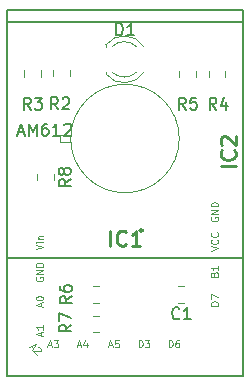
<source format=gbr>
%TF.GenerationSoftware,KiCad,Pcbnew,(5.1.7)-1*%
%TF.CreationDate,2021-03-22T16:24:13+01:00*%
%TF.ProjectId,PIR-Addon,5049522d-4164-4646-9f6e-2e6b69636164,rev?*%
%TF.SameCoordinates,Original*%
%TF.FileFunction,Legend,Top*%
%TF.FilePolarity,Positive*%
%FSLAX46Y46*%
G04 Gerber Fmt 4.6, Leading zero omitted, Abs format (unit mm)*
G04 Created by KiCad (PCBNEW (5.1.7)-1) date 2021-03-22 16:24:13*
%MOMM*%
%LPD*%
G01*
G04 APERTURE LIST*
%ADD10C,0.100000*%
%ADD11C,0.150000*%
%TA.AperFunction,Profile*%
%ADD12C,0.150000*%
%TD*%
%ADD13C,0.120000*%
%ADD14C,0.250000*%
%ADD15C,0.254000*%
G04 APERTURE END LIST*
D10*
X197900000Y-121586571D02*
X197900000Y-121300857D01*
X198071428Y-121643714D02*
X197471428Y-121443714D01*
X198071428Y-121243714D01*
X198071428Y-120729428D02*
X198071428Y-121072285D01*
X198071428Y-120900857D02*
X197471428Y-120900857D01*
X197557142Y-120958000D01*
X197614285Y-121015142D01*
X197642857Y-121072285D01*
X197026243Y-122467664D02*
X197228274Y-122669695D01*
X196864619Y-122548477D02*
X197430304Y-122265634D01*
X197147461Y-122831319D01*
X197652538Y-122568680D02*
X197692944Y-122568680D01*
X197753553Y-122588883D01*
X197854568Y-122689898D01*
X197874771Y-122750507D01*
X197874771Y-122790913D01*
X197854568Y-122851522D01*
X197814162Y-122891928D01*
X197733350Y-122932335D01*
X197248477Y-122932335D01*
X197511116Y-123194974D01*
X198471428Y-122400000D02*
X198757142Y-122400000D01*
X198414285Y-122571428D02*
X198614285Y-121971428D01*
X198814285Y-122571428D01*
X198957142Y-121971428D02*
X199328571Y-121971428D01*
X199128571Y-122200000D01*
X199214285Y-122200000D01*
X199271428Y-122228571D01*
X199300000Y-122257142D01*
X199328571Y-122314285D01*
X199328571Y-122457142D01*
X199300000Y-122514285D01*
X199271428Y-122542857D01*
X199214285Y-122571428D01*
X199042857Y-122571428D01*
X198985714Y-122542857D01*
X198957142Y-122514285D01*
X200971428Y-122400000D02*
X201257142Y-122400000D01*
X200914285Y-122571428D02*
X201114285Y-121971428D01*
X201314285Y-122571428D01*
X201771428Y-122171428D02*
X201771428Y-122571428D01*
X201628571Y-121942857D02*
X201485714Y-122371428D01*
X201857142Y-122371428D01*
X206157142Y-122571428D02*
X206157142Y-121971428D01*
X206300000Y-121971428D01*
X206385714Y-122000000D01*
X206442857Y-122057142D01*
X206471428Y-122114285D01*
X206500000Y-122228571D01*
X206500000Y-122314285D01*
X206471428Y-122428571D01*
X206442857Y-122485714D01*
X206385714Y-122542857D01*
X206300000Y-122571428D01*
X206157142Y-122571428D01*
X206700000Y-121971428D02*
X207071428Y-121971428D01*
X206871428Y-122200000D01*
X206957142Y-122200000D01*
X207014285Y-122228571D01*
X207042857Y-122257142D01*
X207071428Y-122314285D01*
X207071428Y-122457142D01*
X207042857Y-122514285D01*
X207014285Y-122542857D01*
X206957142Y-122571428D01*
X206785714Y-122571428D01*
X206728571Y-122542857D01*
X206700000Y-122514285D01*
X208698642Y-122571428D02*
X208698642Y-121971428D01*
X208841500Y-121971428D01*
X208927214Y-122000000D01*
X208984357Y-122057142D01*
X209012928Y-122114285D01*
X209041500Y-122228571D01*
X209041500Y-122314285D01*
X209012928Y-122428571D01*
X208984357Y-122485714D01*
X208927214Y-122542857D01*
X208841500Y-122571428D01*
X208698642Y-122571428D01*
X209555785Y-121971428D02*
X209441500Y-121971428D01*
X209384357Y-122000000D01*
X209355785Y-122028571D01*
X209298642Y-122114285D01*
X209270071Y-122228571D01*
X209270071Y-122457142D01*
X209298642Y-122514285D01*
X209327214Y-122542857D01*
X209384357Y-122571428D01*
X209498642Y-122571428D01*
X209555785Y-122542857D01*
X209584357Y-122514285D01*
X209612928Y-122457142D01*
X209612928Y-122314285D01*
X209584357Y-122257142D01*
X209555785Y-122228571D01*
X209498642Y-122200000D01*
X209384357Y-122200000D01*
X209327214Y-122228571D01*
X209298642Y-122257142D01*
X209270071Y-122314285D01*
X212300000Y-111557142D02*
X212271428Y-111614285D01*
X212271428Y-111700000D01*
X212300000Y-111785714D01*
X212357142Y-111842857D01*
X212414285Y-111871428D01*
X212528571Y-111900000D01*
X212614285Y-111900000D01*
X212728571Y-111871428D01*
X212785714Y-111842857D01*
X212842857Y-111785714D01*
X212871428Y-111700000D01*
X212871428Y-111642857D01*
X212842857Y-111557142D01*
X212814285Y-111528571D01*
X212614285Y-111528571D01*
X212614285Y-111642857D01*
X212871428Y-111271428D02*
X212271428Y-111271428D01*
X212871428Y-110928571D01*
X212271428Y-110928571D01*
X212871428Y-110642857D02*
X212271428Y-110642857D01*
X212271428Y-110500000D01*
X212300000Y-110414285D01*
X212357142Y-110357142D01*
X212414285Y-110328571D01*
X212528571Y-110300000D01*
X212614285Y-110300000D01*
X212728571Y-110328571D01*
X212785714Y-110357142D01*
X212842857Y-110414285D01*
X212871428Y-110500000D01*
X212871428Y-110642857D01*
X197471428Y-114279285D02*
X198071428Y-114079285D01*
X197471428Y-113879285D01*
X198071428Y-113679285D02*
X197671428Y-113679285D01*
X197471428Y-113679285D02*
X197500000Y-113707857D01*
X197528571Y-113679285D01*
X197500000Y-113650714D01*
X197471428Y-113679285D01*
X197528571Y-113679285D01*
X197671428Y-113393571D02*
X198071428Y-113393571D01*
X197728571Y-113393571D02*
X197700000Y-113365000D01*
X197671428Y-113307857D01*
X197671428Y-113222142D01*
X197700000Y-113165000D01*
X197757142Y-113136428D01*
X198071428Y-113136428D01*
X212557142Y-116384357D02*
X212585714Y-116298642D01*
X212614285Y-116270071D01*
X212671428Y-116241500D01*
X212757142Y-116241500D01*
X212814285Y-116270071D01*
X212842857Y-116298642D01*
X212871428Y-116355785D01*
X212871428Y-116584357D01*
X212271428Y-116584357D01*
X212271428Y-116384357D01*
X212300000Y-116327214D01*
X212328571Y-116298642D01*
X212385714Y-116270071D01*
X212442857Y-116270071D01*
X212500000Y-116298642D01*
X212528571Y-116327214D01*
X212557142Y-116384357D01*
X212557142Y-116584357D01*
X212871428Y-115670071D02*
X212871428Y-116012928D01*
X212871428Y-115841500D02*
X212271428Y-115841500D01*
X212357142Y-115898642D01*
X212414285Y-115955785D01*
X212442857Y-116012928D01*
X212871428Y-119042857D02*
X212271428Y-119042857D01*
X212271428Y-118900000D01*
X212300000Y-118814285D01*
X212357142Y-118757142D01*
X212414285Y-118728571D01*
X212528571Y-118700000D01*
X212614285Y-118700000D01*
X212728571Y-118728571D01*
X212785714Y-118757142D01*
X212842857Y-118814285D01*
X212871428Y-118900000D01*
X212871428Y-119042857D01*
X212271428Y-118500000D02*
X212271428Y-118100000D01*
X212871428Y-118357142D01*
X203632928Y-122400000D02*
X203918642Y-122400000D01*
X203575785Y-122571428D02*
X203775785Y-121971428D01*
X203975785Y-122571428D01*
X204461500Y-121971428D02*
X204175785Y-121971428D01*
X204147214Y-122257142D01*
X204175785Y-122228571D01*
X204232928Y-122200000D01*
X204375785Y-122200000D01*
X204432928Y-122228571D01*
X204461500Y-122257142D01*
X204490071Y-122314285D01*
X204490071Y-122457142D01*
X204461500Y-122514285D01*
X204432928Y-122542857D01*
X204375785Y-122571428D01*
X204232928Y-122571428D01*
X204175785Y-122542857D01*
X204147214Y-122514285D01*
X197500000Y-116657142D02*
X197471428Y-116714285D01*
X197471428Y-116800000D01*
X197500000Y-116885714D01*
X197557142Y-116942857D01*
X197614285Y-116971428D01*
X197728571Y-117000000D01*
X197814285Y-117000000D01*
X197928571Y-116971428D01*
X197985714Y-116942857D01*
X198042857Y-116885714D01*
X198071428Y-116800000D01*
X198071428Y-116742857D01*
X198042857Y-116657142D01*
X198014285Y-116628571D01*
X197814285Y-116628571D01*
X197814285Y-116742857D01*
X198071428Y-116371428D02*
X197471428Y-116371428D01*
X198071428Y-116028571D01*
X197471428Y-116028571D01*
X198071428Y-115742857D02*
X197471428Y-115742857D01*
X197471428Y-115600000D01*
X197500000Y-115514285D01*
X197557142Y-115457142D01*
X197614285Y-115428571D01*
X197728571Y-115400000D01*
X197814285Y-115400000D01*
X197928571Y-115428571D01*
X197985714Y-115457142D01*
X198042857Y-115514285D01*
X198071428Y-115600000D01*
X198071428Y-115742857D01*
X197900000Y-119110071D02*
X197900000Y-118824357D01*
X198071428Y-119167214D02*
X197471428Y-118967214D01*
X198071428Y-118767214D01*
X197471428Y-118452928D02*
X197471428Y-118395785D01*
X197500000Y-118338642D01*
X197528571Y-118310071D01*
X197585714Y-118281500D01*
X197700000Y-118252928D01*
X197842857Y-118252928D01*
X197957142Y-118281500D01*
X198014285Y-118310071D01*
X198042857Y-118338642D01*
X198071428Y-118395785D01*
X198071428Y-118452928D01*
X198042857Y-118510071D01*
X198014285Y-118538642D01*
X197957142Y-118567214D01*
X197842857Y-118595785D01*
X197700000Y-118595785D01*
X197585714Y-118567214D01*
X197528571Y-118538642D01*
X197500000Y-118510071D01*
X197471428Y-118452928D01*
X212271428Y-114400000D02*
X212871428Y-114200000D01*
X212271428Y-114000000D01*
X212814285Y-113457142D02*
X212842857Y-113485714D01*
X212871428Y-113571428D01*
X212871428Y-113628571D01*
X212842857Y-113714285D01*
X212785714Y-113771428D01*
X212728571Y-113800000D01*
X212614285Y-113828571D01*
X212528571Y-113828571D01*
X212414285Y-113800000D01*
X212357142Y-113771428D01*
X212300000Y-113714285D01*
X212271428Y-113628571D01*
X212271428Y-113571428D01*
X212300000Y-113485714D01*
X212328571Y-113457142D01*
X212814285Y-112857142D02*
X212842857Y-112885714D01*
X212871428Y-112971428D01*
X212871428Y-113028571D01*
X212842857Y-113114285D01*
X212785714Y-113171428D01*
X212728571Y-113200000D01*
X212614285Y-113228571D01*
X212528571Y-113228571D01*
X212414285Y-113200000D01*
X212357142Y-113171428D01*
X212300000Y-113114285D01*
X212271428Y-113028571D01*
X212271428Y-112971428D01*
X212300000Y-112885714D01*
X212328571Y-112857142D01*
D11*
X215000000Y-95000000D02*
X215000000Y-115000000D01*
X195000000Y-95000000D02*
X215000000Y-95000000D01*
X215000000Y-115000000D02*
X195000000Y-115000000D01*
X195000000Y-115000000D02*
X195000000Y-95000000D01*
D12*
X195000000Y-94000000D02*
X215000000Y-94000000D01*
X195000000Y-125000000D02*
X195000000Y-94000000D01*
X215000000Y-94000000D02*
X215000000Y-125000000D01*
X215000000Y-125000000D02*
X195000000Y-125000000D01*
D13*
%TO.C,A1*%
X209600000Y-104900000D02*
G75*
G03*
X209600000Y-104900000I-4600000J0D01*
G01*
X200400000Y-104600000D02*
X199500000Y-104600000D01*
X200400000Y-105200000D02*
X199500000Y-105200000D01*
X199500000Y-104600000D02*
X199500000Y-105200000D01*
%TO.C,R4*%
X212090000Y-99686252D02*
X212090000Y-99163748D01*
X213510000Y-99686252D02*
X213510000Y-99163748D01*
%TO.C,R3*%
X197910000Y-99661252D02*
X197910000Y-99138748D01*
X196490000Y-99661252D02*
X196490000Y-99138748D01*
%TO.C,R5*%
X209590000Y-99163748D02*
X209590000Y-99686252D01*
X211010000Y-99163748D02*
X211010000Y-99686252D01*
%TO.C,R2*%
X198890000Y-99636252D02*
X198890000Y-99113748D01*
X200310000Y-99636252D02*
X200310000Y-99113748D01*
%TO.C,R6*%
X202786252Y-117390000D02*
X202263748Y-117390000D01*
X202786252Y-118810000D02*
X202263748Y-118810000D01*
%TO.C,R7*%
X202786252Y-121310000D02*
X202263748Y-121310000D01*
X202786252Y-119890000D02*
X202263748Y-119890000D01*
%TO.C,R8*%
X199010000Y-107913748D02*
X199010000Y-108436252D01*
X197590000Y-107913748D02*
X197590000Y-108436252D01*
D14*
%TO.C,IC1*%
X206500000Y-112700000D02*
G75*
G03*
X206500000Y-112700000I-125000J0D01*
G01*
D13*
%TO.C,D1*%
X203380000Y-96964000D02*
X203380000Y-97120000D01*
X203380000Y-99280000D02*
X203380000Y-99436000D01*
X206612335Y-97121392D02*
G75*
G03*
X203380000Y-96964484I-1672335J-1078608D01*
G01*
X206612335Y-99278608D02*
G75*
G02*
X203380000Y-99435516I-1672335J1078608D01*
G01*
X205981130Y-97120163D02*
G75*
G03*
X203899039Y-97120000I-1041130J-1079837D01*
G01*
X205981130Y-99279837D02*
G75*
G02*
X203899039Y-99280000I-1041130J1079837D01*
G01*
%TO.C,C1*%
X210036252Y-117390000D02*
X209513748Y-117390000D01*
X210036252Y-118810000D02*
X209513748Y-118810000D01*
%TD*%
%TO.C,A1*%
D11*
X195961904Y-104366666D02*
X196438095Y-104366666D01*
X195866666Y-104652380D02*
X196200000Y-103652380D01*
X196533333Y-104652380D01*
X196866666Y-104652380D02*
X196866666Y-103652380D01*
X197200000Y-104366666D01*
X197533333Y-103652380D01*
X197533333Y-104652380D01*
X198438095Y-103652380D02*
X198247619Y-103652380D01*
X198152380Y-103700000D01*
X198104761Y-103747619D01*
X198009523Y-103890476D01*
X197961904Y-104080952D01*
X197961904Y-104461904D01*
X198009523Y-104557142D01*
X198057142Y-104604761D01*
X198152380Y-104652380D01*
X198342857Y-104652380D01*
X198438095Y-104604761D01*
X198485714Y-104557142D01*
X198533333Y-104461904D01*
X198533333Y-104223809D01*
X198485714Y-104128571D01*
X198438095Y-104080952D01*
X198342857Y-104033333D01*
X198152380Y-104033333D01*
X198057142Y-104080952D01*
X198009523Y-104128571D01*
X197961904Y-104223809D01*
X199485714Y-104652380D02*
X198914285Y-104652380D01*
X199200000Y-104652380D02*
X199200000Y-103652380D01*
X199104761Y-103795238D01*
X199009523Y-103890476D01*
X198914285Y-103938095D01*
X199866666Y-103747619D02*
X199914285Y-103700000D01*
X200009523Y-103652380D01*
X200247619Y-103652380D01*
X200342857Y-103700000D01*
X200390476Y-103747619D01*
X200438095Y-103842857D01*
X200438095Y-103938095D01*
X200390476Y-104080952D01*
X199819047Y-104652380D01*
X200438095Y-104652380D01*
%TO.C,R4*%
X212733333Y-102452380D02*
X212400000Y-101976190D01*
X212161904Y-102452380D02*
X212161904Y-101452380D01*
X212542857Y-101452380D01*
X212638095Y-101500000D01*
X212685714Y-101547619D01*
X212733333Y-101642857D01*
X212733333Y-101785714D01*
X212685714Y-101880952D01*
X212638095Y-101928571D01*
X212542857Y-101976190D01*
X212161904Y-101976190D01*
X213590476Y-101785714D02*
X213590476Y-102452380D01*
X213352380Y-101404761D02*
X213114285Y-102119047D01*
X213733333Y-102119047D01*
%TO.C,R3*%
X197033333Y-102452380D02*
X196700000Y-101976190D01*
X196461904Y-102452380D02*
X196461904Y-101452380D01*
X196842857Y-101452380D01*
X196938095Y-101500000D01*
X196985714Y-101547619D01*
X197033333Y-101642857D01*
X197033333Y-101785714D01*
X196985714Y-101880952D01*
X196938095Y-101928571D01*
X196842857Y-101976190D01*
X196461904Y-101976190D01*
X197366666Y-101452380D02*
X197985714Y-101452380D01*
X197652380Y-101833333D01*
X197795238Y-101833333D01*
X197890476Y-101880952D01*
X197938095Y-101928571D01*
X197985714Y-102023809D01*
X197985714Y-102261904D01*
X197938095Y-102357142D01*
X197890476Y-102404761D01*
X197795238Y-102452380D01*
X197509523Y-102452380D01*
X197414285Y-102404761D01*
X197366666Y-102357142D01*
%TO.C,R5*%
X210133333Y-102452380D02*
X209800000Y-101976190D01*
X209561904Y-102452380D02*
X209561904Y-101452380D01*
X209942857Y-101452380D01*
X210038095Y-101500000D01*
X210085714Y-101547619D01*
X210133333Y-101642857D01*
X210133333Y-101785714D01*
X210085714Y-101880952D01*
X210038095Y-101928571D01*
X209942857Y-101976190D01*
X209561904Y-101976190D01*
X211038095Y-101452380D02*
X210561904Y-101452380D01*
X210514285Y-101928571D01*
X210561904Y-101880952D01*
X210657142Y-101833333D01*
X210895238Y-101833333D01*
X210990476Y-101880952D01*
X211038095Y-101928571D01*
X211085714Y-102023809D01*
X211085714Y-102261904D01*
X211038095Y-102357142D01*
X210990476Y-102404761D01*
X210895238Y-102452380D01*
X210657142Y-102452380D01*
X210561904Y-102404761D01*
X210514285Y-102357142D01*
%TO.C,R2*%
X199333333Y-102427380D02*
X199000000Y-101951190D01*
X198761904Y-102427380D02*
X198761904Y-101427380D01*
X199142857Y-101427380D01*
X199238095Y-101475000D01*
X199285714Y-101522619D01*
X199333333Y-101617857D01*
X199333333Y-101760714D01*
X199285714Y-101855952D01*
X199238095Y-101903571D01*
X199142857Y-101951190D01*
X198761904Y-101951190D01*
X199714285Y-101522619D02*
X199761904Y-101475000D01*
X199857142Y-101427380D01*
X200095238Y-101427380D01*
X200190476Y-101475000D01*
X200238095Y-101522619D01*
X200285714Y-101617857D01*
X200285714Y-101713095D01*
X200238095Y-101855952D01*
X199666666Y-102427380D01*
X200285714Y-102427380D01*
%TO.C,R6*%
X200477380Y-118266666D02*
X200001190Y-118600000D01*
X200477380Y-118838095D02*
X199477380Y-118838095D01*
X199477380Y-118457142D01*
X199525000Y-118361904D01*
X199572619Y-118314285D01*
X199667857Y-118266666D01*
X199810714Y-118266666D01*
X199905952Y-118314285D01*
X199953571Y-118361904D01*
X200001190Y-118457142D01*
X200001190Y-118838095D01*
X199477380Y-117409523D02*
X199477380Y-117600000D01*
X199525000Y-117695238D01*
X199572619Y-117742857D01*
X199715476Y-117838095D01*
X199905952Y-117885714D01*
X200286904Y-117885714D01*
X200382142Y-117838095D01*
X200429761Y-117790476D01*
X200477380Y-117695238D01*
X200477380Y-117504761D01*
X200429761Y-117409523D01*
X200382142Y-117361904D01*
X200286904Y-117314285D01*
X200048809Y-117314285D01*
X199953571Y-117361904D01*
X199905952Y-117409523D01*
X199858333Y-117504761D01*
X199858333Y-117695238D01*
X199905952Y-117790476D01*
X199953571Y-117838095D01*
X200048809Y-117885714D01*
%TO.C,R7*%
X200452380Y-120666666D02*
X199976190Y-121000000D01*
X200452380Y-121238095D02*
X199452380Y-121238095D01*
X199452380Y-120857142D01*
X199500000Y-120761904D01*
X199547619Y-120714285D01*
X199642857Y-120666666D01*
X199785714Y-120666666D01*
X199880952Y-120714285D01*
X199928571Y-120761904D01*
X199976190Y-120857142D01*
X199976190Y-121238095D01*
X199452380Y-120333333D02*
X199452380Y-119666666D01*
X200452380Y-120095238D01*
%TO.C,R8*%
X200402380Y-108341666D02*
X199926190Y-108675000D01*
X200402380Y-108913095D02*
X199402380Y-108913095D01*
X199402380Y-108532142D01*
X199450000Y-108436904D01*
X199497619Y-108389285D01*
X199592857Y-108341666D01*
X199735714Y-108341666D01*
X199830952Y-108389285D01*
X199878571Y-108436904D01*
X199926190Y-108532142D01*
X199926190Y-108913095D01*
X199830952Y-107770238D02*
X199783333Y-107865476D01*
X199735714Y-107913095D01*
X199640476Y-107960714D01*
X199592857Y-107960714D01*
X199497619Y-107913095D01*
X199450000Y-107865476D01*
X199402380Y-107770238D01*
X199402380Y-107579761D01*
X199450000Y-107484523D01*
X199497619Y-107436904D01*
X199592857Y-107389285D01*
X199640476Y-107389285D01*
X199735714Y-107436904D01*
X199783333Y-107484523D01*
X199830952Y-107579761D01*
X199830952Y-107770238D01*
X199878571Y-107865476D01*
X199926190Y-107913095D01*
X200021428Y-107960714D01*
X200211904Y-107960714D01*
X200307142Y-107913095D01*
X200354761Y-107865476D01*
X200402380Y-107770238D01*
X200402380Y-107579761D01*
X200354761Y-107484523D01*
X200307142Y-107436904D01*
X200211904Y-107389285D01*
X200021428Y-107389285D01*
X199926190Y-107436904D01*
X199878571Y-107484523D01*
X199830952Y-107579761D01*
%TO.C,IC1*%
D15*
X203760238Y-113974523D02*
X203760238Y-112704523D01*
X205090714Y-113853571D02*
X205030238Y-113914047D01*
X204848809Y-113974523D01*
X204727857Y-113974523D01*
X204546428Y-113914047D01*
X204425476Y-113793095D01*
X204365000Y-113672142D01*
X204304523Y-113430238D01*
X204304523Y-113248809D01*
X204365000Y-113006904D01*
X204425476Y-112885952D01*
X204546428Y-112765000D01*
X204727857Y-112704523D01*
X204848809Y-112704523D01*
X205030238Y-112765000D01*
X205090714Y-112825476D01*
X206300238Y-113974523D02*
X205574523Y-113974523D01*
X205937380Y-113974523D02*
X205937380Y-112704523D01*
X205816428Y-112885952D01*
X205695476Y-113006904D01*
X205574523Y-113067380D01*
%TO.C,D1*%
D11*
X204261904Y-96152380D02*
X204261904Y-95152380D01*
X204500000Y-95152380D01*
X204642857Y-95200000D01*
X204738095Y-95295238D01*
X204785714Y-95390476D01*
X204833333Y-95580952D01*
X204833333Y-95723809D01*
X204785714Y-95914285D01*
X204738095Y-96009523D01*
X204642857Y-96104761D01*
X204500000Y-96152380D01*
X204261904Y-96152380D01*
X205785714Y-96152380D02*
X205214285Y-96152380D01*
X205500000Y-96152380D02*
X205500000Y-95152380D01*
X205404761Y-95295238D01*
X205309523Y-95390476D01*
X205214285Y-95438095D01*
%TO.C,C1*%
X209608333Y-120107142D02*
X209560714Y-120154761D01*
X209417857Y-120202380D01*
X209322619Y-120202380D01*
X209179761Y-120154761D01*
X209084523Y-120059523D01*
X209036904Y-119964285D01*
X208989285Y-119773809D01*
X208989285Y-119630952D01*
X209036904Y-119440476D01*
X209084523Y-119345238D01*
X209179761Y-119250000D01*
X209322619Y-119202380D01*
X209417857Y-119202380D01*
X209560714Y-119250000D01*
X209608333Y-119297619D01*
X210560714Y-120202380D02*
X209989285Y-120202380D01*
X210275000Y-120202380D02*
X210275000Y-119202380D01*
X210179761Y-119345238D01*
X210084523Y-119440476D01*
X209989285Y-119488095D01*
%TO.C,IC2*%
D15*
X214374523Y-107239761D02*
X213104523Y-107239761D01*
X214253571Y-105909285D02*
X214314047Y-105969761D01*
X214374523Y-106151190D01*
X214374523Y-106272142D01*
X214314047Y-106453571D01*
X214193095Y-106574523D01*
X214072142Y-106635000D01*
X213830238Y-106695476D01*
X213648809Y-106695476D01*
X213406904Y-106635000D01*
X213285952Y-106574523D01*
X213165000Y-106453571D01*
X213104523Y-106272142D01*
X213104523Y-106151190D01*
X213165000Y-105969761D01*
X213225476Y-105909285D01*
X213225476Y-105425476D02*
X213165000Y-105365000D01*
X213104523Y-105244047D01*
X213104523Y-104941666D01*
X213165000Y-104820714D01*
X213225476Y-104760238D01*
X213346428Y-104699761D01*
X213467380Y-104699761D01*
X213648809Y-104760238D01*
X214374523Y-105485952D01*
X214374523Y-104699761D01*
%TD*%
M02*

</source>
